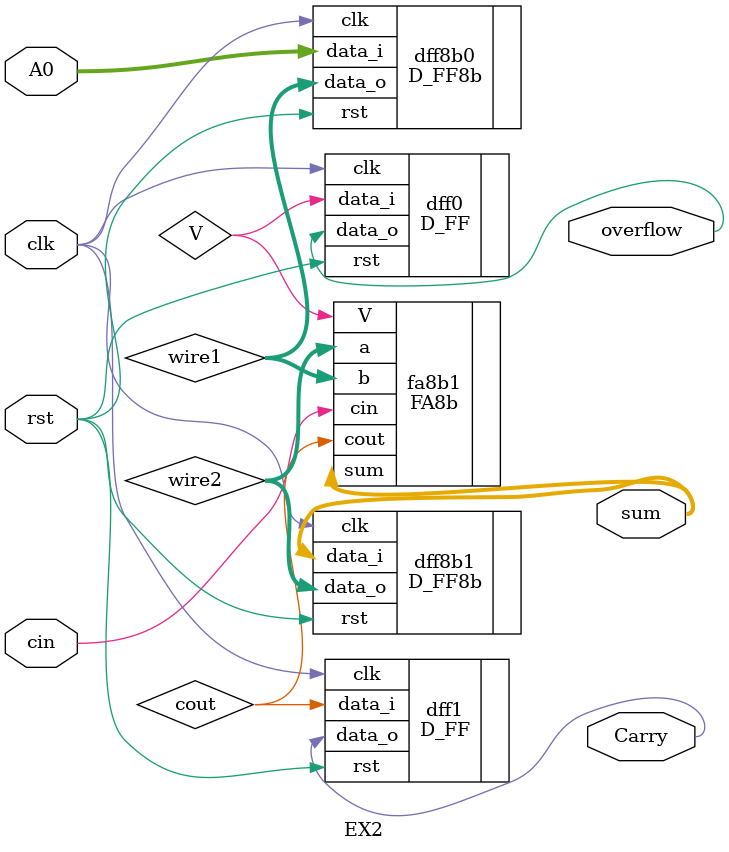
<source format=sv>
module EX2 (
	input logic [7:0] A0,
	input logic clk, rst, cin,
	output logic [0:0] overflow, Carry,
	output logic [7:0] sum
);

wire [7:0] wire1, wire2;
wire [0:0] V, cout;

D_FF8b dff8b0 
(
	.clk(clk), 
	.rst(rst), 
	.data_i(A0), 
	.data_o(wire1)
);
FA8b fa8b1 
(
	.sum(sum), 
	.a(wire2), 
	.b(wire1), 
	.cin(cin), 
	.cout(cout), 
	.V(V)
);
D_FF8b dff8b1 
(
	.clk(clk), 
	.rst(rst), 
	.data_i(sum), 
	.data_o(wire2)
);
D_FF dff0 
(
	.clk(clk), 
	.rst(rst), 
	.data_i(V), 
	.data_o(overflow)
);
D_FF dff1 
(
	.clk(clk), 
	.rst(rst), 
	.data_i(cout), 
	.data_o(Carry)
);

endmodule 
</source>
